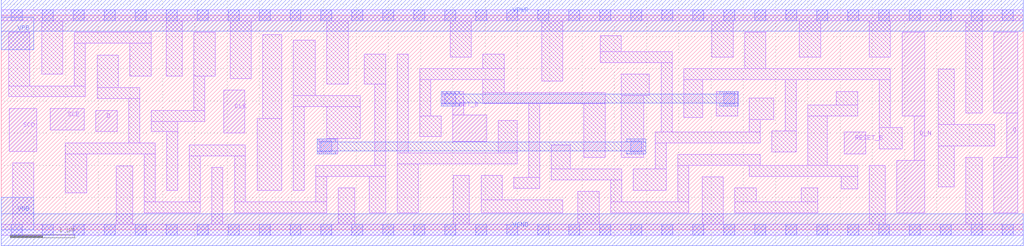
<source format=lef>
# Copyright 2020 The SkyWater PDK Authors
#
# Licensed under the Apache License, Version 2.0 (the "License");
# you may not use this file except in compliance with the License.
# You may obtain a copy of the License at
#
#     https://www.apache.org/licenses/LICENSE-2.0
#
# Unless required by applicable law or agreed to in writing, software
# distributed under the License is distributed on an "AS IS" BASIS,
# WITHOUT WARRANTIES OR CONDITIONS OF ANY KIND, either express or implied.
# See the License for the specific language governing permissions and
# limitations under the License.
#
# SPDX-License-Identifier: Apache-2.0

VERSION 5.5 ;
NAMESCASESENSITIVE ON ;
BUSBITCHARS "[]" ;
DIVIDERCHAR "/" ;
MACRO sky130_fd_sc_lp__sdfbbp_1
  CLASS CORE ;
  SOURCE USER ;
  ORIGIN  0.000000  0.000000 ;
  SIZE  15.84000 BY  3.330000 ;
  SYMMETRY X Y R90 ;
  SITE unit ;
  PIN D
    ANTENNAGATEAREA  0.159000 ;
    DIRECTION INPUT ;
    USE SIGNAL ;
    PORT
      LAYER li1 ;
        RECT 1.465000 1.525000 1.795000 1.855000 ;
    END
  END D
  PIN Q
    ANTENNADIFFAREA  0.598500 ;
    DIRECTION OUTPUT ;
    USE SIGNAL ;
    PORT
      LAYER li1 ;
        RECT 15.380000 0.265000 15.750000 1.125000 ;
        RECT 15.380000 1.815000 15.750000 3.065000 ;
        RECT 15.580000 1.125000 15.750000 1.815000 ;
    END
  END Q
  PIN Q_N
    ANTENNADIFFAREA  0.598500 ;
    DIRECTION OUTPUT ;
    USE SIGNAL ;
    PORT
      LAYER li1 ;
        RECT 13.880000 0.265000 14.315000 1.075000 ;
        RECT 13.960000 1.765000 14.315000 3.065000 ;
        RECT 14.145000 1.075000 14.315000 1.765000 ;
    END
  END Q_N
  PIN RESET_B
    ANTENNAGATEAREA  0.159000 ;
    DIRECTION INPUT ;
    USE SIGNAL ;
    PORT
      LAYER li1 ;
        RECT 13.065000 1.180000 13.395000 1.515000 ;
    END
  END RESET_B
  PIN SCD
    ANTENNAGATEAREA  0.159000 ;
    DIRECTION INPUT ;
    USE SIGNAL ;
    PORT
      LAYER li1 ;
        RECT 0.125000 1.215000 0.550000 1.885000 ;
    END
  END SCD
  PIN SCE
    ANTENNAGATEAREA  0.318000 ;
    DIRECTION INPUT ;
    USE SIGNAL ;
    PORT
      LAYER li1 ;
        RECT 0.760000 1.550000 1.285000 1.880000 ;
    END
  END SCE
  PIN SET_B
    ANTENNADIFFAREA  3.038550 ;
    ANTENNAPARTIALMETALSIDEAREA  3.451000 ;
    DIRECTION INPUT ;
    USE SIGNAL ;
    PORT
      LAYER li1 ;
        RECT 6.845000 1.950000 7.165000 2.150000 ;
        RECT 6.995000 1.375000 7.525000 1.780000 ;
        RECT 6.995000 1.780000 7.165000 1.950000 ;
    END
  END SET_B
  PIN CLK
    ANTENNAGATEAREA  0.159000 ;
    DIRECTION INPUT ;
    USE CLOCK ;
    PORT
      LAYER li1 ;
        RECT 3.445000 1.500000 3.775000 2.170000 ;
    END
  END CLK
  PIN VGND
    DIRECTION INOUT ;
    USE GROUND ;
    PORT
      LAYER met1 ;
        RECT 0.000000 -0.245000 15.840000 0.245000 ;
    END
  END VGND
  PIN VNB
    DIRECTION INOUT ;
    USE GROUND ;
    PORT
    END
  END VNB
  PIN VPB
    DIRECTION INOUT ;
    USE POWER ;
    PORT
    END
  END VPB
  PIN VNB
    DIRECTION INOUT ;
    USE GROUND ;
    PORT
      LAYER met1 ;
        RECT 0.000000 0.000000 0.500000 0.500000 ;
    END
    PORT
      LAYER met1 ;
        RECT 0.000000 0.000000 0.500000 0.500000 ;
    END
  END VNB
  PIN VPB
    DIRECTION INOUT ;
    USE POWER ;
    PORT
      LAYER met1 ;
        RECT 0.000000 2.800000 0.500000 3.300000 ;
    END
    PORT
      LAYER met1 ;
        RECT 0.000000 2.800000 0.500000 3.300000 ;
    END
  END VPB
  PIN VPWR
    DIRECTION INOUT ;
    USE POWER ;
    PORT
      LAYER met1 ;
        RECT 0.000000 3.085000 15.840000 3.575000 ;
    END
  END VPWR
  OBS
    LAYER li1 ;
      RECT  0.000000 -0.085000 15.840000 0.085000 ;
      RECT  0.000000  3.245000 15.840000 3.415000 ;
      RECT  0.115000  2.065000  1.305000 2.235000 ;
      RECT  0.115000  2.235000  0.445000 3.065000 ;
      RECT  0.175000  0.085000  0.505000 1.035000 ;
      RECT  0.625000  2.415000  0.955000 3.245000 ;
      RECT  0.995000  0.575000  1.325000 1.175000 ;
      RECT  0.995000  1.175000  2.385000 1.345000 ;
      RECT  1.135000  2.235000  1.305000 2.895000 ;
      RECT  1.135000  2.895000  2.325000 3.065000 ;
      RECT  1.485000  2.035000  2.145000 2.205000 ;
      RECT  1.485000  2.205000  1.815000 2.715000 ;
      RECT  1.785000  0.085000  2.035000 0.995000 ;
      RECT  1.975000  1.345000  2.145000 2.035000 ;
      RECT  1.995000  2.385000  2.325000 2.895000 ;
      RECT  2.215000  0.265000  3.085000 0.435000 ;
      RECT  2.215000  0.435000  2.385000 1.175000 ;
      RECT  2.325000  1.525000  2.735000 1.685000 ;
      RECT  2.325000  1.685000  3.155000 1.855000 ;
      RECT  2.555000  2.385000  2.805000 3.245000 ;
      RECT  2.565000  0.615000  2.735000 1.525000 ;
      RECT  2.915000  0.435000  3.085000 1.150000 ;
      RECT  2.915000  1.150000  3.785000 1.320000 ;
      RECT  2.985000  1.855000  3.155000 2.385000 ;
      RECT  2.985000  2.385000  3.315000 3.065000 ;
      RECT  3.265000  0.085000  3.435000 0.970000 ;
      RECT  3.545000  2.350000  3.875000 3.245000 ;
      RECT  3.615000  0.265000  5.045000 0.435000 ;
      RECT  3.615000  0.435000  3.785000 1.150000 ;
      RECT  3.965000  0.615000  4.345000 1.730000 ;
      RECT  4.055000  1.730000  4.345000 3.030000 ;
      RECT  4.525000  0.615000  4.695000 1.915000 ;
      RECT  4.525000  1.915000  5.560000 2.085000 ;
      RECT  4.525000  2.085000  4.865000 2.945000 ;
      RECT  4.875000  0.435000  5.045000 0.830000 ;
      RECT  4.875000  0.830000  5.955000 1.000000 ;
      RECT  4.925000  1.180000  5.215000 1.410000 ;
      RECT  5.045000  1.410000  5.215000 1.415000 ;
      RECT  5.045000  1.415000  5.560000 1.915000 ;
      RECT  5.045000  2.265000  5.375000 3.245000 ;
      RECT  5.225000  0.085000  5.475000 0.650000 ;
      RECT  5.625000  2.265000  5.955000 2.725000 ;
      RECT  5.705000  0.265000  5.955000 0.830000 ;
      RECT  5.785000  1.000000  5.955000 2.265000 ;
      RECT  6.135000  0.265000  6.465000 1.025000 ;
      RECT  6.135000  1.025000  7.995000 1.195000 ;
      RECT  6.135000  1.195000  6.305000 2.725000 ;
      RECT  6.485000  1.450000  6.815000 1.770000 ;
      RECT  6.485000  1.770000  6.655000 2.330000 ;
      RECT  6.485000  2.330000  7.795000 2.500000 ;
      RECT  6.955000  2.680000  7.285000 3.245000 ;
      RECT  7.005000  0.085000  7.255000 0.845000 ;
      RECT  7.435000  0.265000  8.705000 0.465000 ;
      RECT  7.435000  0.465000  7.765000 0.845000 ;
      RECT  7.465000  1.960000  9.360000 2.130000 ;
      RECT  7.465000  2.130000  7.795000 2.330000 ;
      RECT  7.465000  2.500000  7.795000 2.725000 ;
      RECT  7.705000  1.195000  7.995000 1.695000 ;
      RECT  7.945000  0.645000  8.345000 0.815000 ;
      RECT  8.175000  0.815000  8.345000 1.960000 ;
      RECT  8.375000  2.310000  8.705000 3.245000 ;
      RECT  8.525000  0.775000  9.615000 0.945000 ;
      RECT  8.525000  0.945000  8.820000 1.315000 ;
      RECT  8.935000  0.085000  9.265000 0.595000 ;
      RECT  9.030000  1.125000  9.360000 1.960000 ;
      RECT  9.280000  2.595000 10.395000 2.765000 ;
      RECT  9.280000  2.765000  9.610000 3.015000 ;
      RECT  9.445000  0.265000 10.655000 0.435000 ;
      RECT  9.445000  0.435000  9.615000 0.775000 ;
      RECT  9.610000  1.125000  9.955000 2.085000 ;
      RECT  9.610000  2.085000 10.045000 2.415000 ;
      RECT  9.795000  0.615000 10.305000 0.945000 ;
      RECT 10.135000  0.945000 10.305000 1.350000 ;
      RECT 10.135000  1.350000 11.760000 1.520000 ;
      RECT 10.225000  1.520000 10.395000 2.595000 ;
      RECT 10.485000  0.435000 10.655000 1.000000 ;
      RECT 10.485000  1.000000 11.760000 1.170000 ;
      RECT 10.575000  1.745000 10.870000 2.330000 ;
      RECT 10.575000  2.330000 13.780000 2.500000 ;
      RECT 10.860000  0.085000 11.190000 0.820000 ;
      RECT 11.010000  2.680000 11.340000 3.245000 ;
      RECT 11.080000  1.765000 11.410000 2.150000 ;
      RECT 11.370000  0.265000 12.650000 0.435000 ;
      RECT 11.370000  0.435000 11.700000 0.650000 ;
      RECT 11.520000  2.500000 11.850000 3.065000 ;
      RECT 11.590000  0.830000 13.270000 1.000000 ;
      RECT 11.590000  1.520000 11.760000 1.715000 ;
      RECT 11.590000  1.715000 11.970000 2.045000 ;
      RECT 11.940000  1.205000 12.320000 1.535000 ;
      RECT 12.150000  1.535000 12.320000 2.330000 ;
      RECT 12.370000  2.680000 12.700000 3.245000 ;
      RECT 12.400000  0.435000 12.650000 0.650000 ;
      RECT 12.500000  1.000000 12.800000 1.765000 ;
      RECT 12.500000  1.765000 13.270000 1.935000 ;
      RECT 12.940000  1.935000 13.270000 2.150000 ;
      RECT 13.020000  0.635000 13.270000 0.830000 ;
      RECT 13.450000  0.085000 13.700000 1.000000 ;
      RECT 13.450000  2.680000 13.780000 3.245000 ;
      RECT 13.610000  1.255000 13.965000 1.585000 ;
      RECT 13.610000  1.585000 13.780000 2.330000 ;
      RECT 14.520000  0.665000 14.770000 1.305000 ;
      RECT 14.520000  1.305000 15.400000 1.635000 ;
      RECT 14.520000  1.635000 14.770000 2.495000 ;
      RECT 14.950000  0.085000 15.200000 1.125000 ;
      RECT 14.950000  1.815000 15.200000 3.245000 ;
    LAYER mcon ;
      RECT  0.155000 -0.085000  0.325000 0.085000 ;
      RECT  0.155000  3.245000  0.325000 3.415000 ;
      RECT  0.635000 -0.085000  0.805000 0.085000 ;
      RECT  0.635000  3.245000  0.805000 3.415000 ;
      RECT  1.115000 -0.085000  1.285000 0.085000 ;
      RECT  1.115000  3.245000  1.285000 3.415000 ;
      RECT  1.595000 -0.085000  1.765000 0.085000 ;
      RECT  1.595000  3.245000  1.765000 3.415000 ;
      RECT  2.075000 -0.085000  2.245000 0.085000 ;
      RECT  2.075000  3.245000  2.245000 3.415000 ;
      RECT  2.555000 -0.085000  2.725000 0.085000 ;
      RECT  2.555000  3.245000  2.725000 3.415000 ;
      RECT  3.035000 -0.085000  3.205000 0.085000 ;
      RECT  3.035000  3.245000  3.205000 3.415000 ;
      RECT  3.515000 -0.085000  3.685000 0.085000 ;
      RECT  3.515000  3.245000  3.685000 3.415000 ;
      RECT  3.995000 -0.085000  4.165000 0.085000 ;
      RECT  3.995000  3.245000  4.165000 3.415000 ;
      RECT  4.475000 -0.085000  4.645000 0.085000 ;
      RECT  4.475000  3.245000  4.645000 3.415000 ;
      RECT  4.955000 -0.085000  5.125000 0.085000 ;
      RECT  4.955000  1.210000  5.125000 1.380000 ;
      RECT  4.955000  3.245000  5.125000 3.415000 ;
      RECT  5.435000 -0.085000  5.605000 0.085000 ;
      RECT  5.435000  3.245000  5.605000 3.415000 ;
      RECT  5.915000 -0.085000  6.085000 0.085000 ;
      RECT  5.915000  3.245000  6.085000 3.415000 ;
      RECT  6.395000 -0.085000  6.565000 0.085000 ;
      RECT  6.395000  3.245000  6.565000 3.415000 ;
      RECT  6.875000 -0.085000  7.045000 0.085000 ;
      RECT  6.875000  1.950000  7.045000 2.120000 ;
      RECT  6.875000  3.245000  7.045000 3.415000 ;
      RECT  7.355000 -0.085000  7.525000 0.085000 ;
      RECT  7.355000  3.245000  7.525000 3.415000 ;
      RECT  7.835000 -0.085000  8.005000 0.085000 ;
      RECT  7.835000  3.245000  8.005000 3.415000 ;
      RECT  8.315000 -0.085000  8.485000 0.085000 ;
      RECT  8.315000  3.245000  8.485000 3.415000 ;
      RECT  8.795000 -0.085000  8.965000 0.085000 ;
      RECT  8.795000  3.245000  8.965000 3.415000 ;
      RECT  9.275000 -0.085000  9.445000 0.085000 ;
      RECT  9.275000  3.245000  9.445000 3.415000 ;
      RECT  9.755000 -0.085000  9.925000 0.085000 ;
      RECT  9.755000  1.210000  9.925000 1.380000 ;
      RECT  9.755000  3.245000  9.925000 3.415000 ;
      RECT 10.235000 -0.085000 10.405000 0.085000 ;
      RECT 10.235000  3.245000 10.405000 3.415000 ;
      RECT 10.715000 -0.085000 10.885000 0.085000 ;
      RECT 10.715000  3.245000 10.885000 3.415000 ;
      RECT 11.195000 -0.085000 11.365000 0.085000 ;
      RECT 11.195000  1.950000 11.365000 2.120000 ;
      RECT 11.195000  3.245000 11.365000 3.415000 ;
      RECT 11.675000 -0.085000 11.845000 0.085000 ;
      RECT 11.675000  3.245000 11.845000 3.415000 ;
      RECT 12.155000 -0.085000 12.325000 0.085000 ;
      RECT 12.155000  3.245000 12.325000 3.415000 ;
      RECT 12.635000 -0.085000 12.805000 0.085000 ;
      RECT 12.635000  3.245000 12.805000 3.415000 ;
      RECT 13.115000 -0.085000 13.285000 0.085000 ;
      RECT 13.115000  3.245000 13.285000 3.415000 ;
      RECT 13.595000 -0.085000 13.765000 0.085000 ;
      RECT 13.595000  3.245000 13.765000 3.415000 ;
      RECT 14.075000 -0.085000 14.245000 0.085000 ;
      RECT 14.075000  3.245000 14.245000 3.415000 ;
      RECT 14.555000 -0.085000 14.725000 0.085000 ;
      RECT 14.555000  3.245000 14.725000 3.415000 ;
      RECT 15.035000 -0.085000 15.205000 0.085000 ;
      RECT 15.035000  3.245000 15.205000 3.415000 ;
      RECT 15.515000 -0.085000 15.685000 0.085000 ;
      RECT 15.515000  3.245000 15.685000 3.415000 ;
    LAYER met1 ;
      RECT  4.895000 1.180000  5.185000 1.225000 ;
      RECT  4.895000 1.225000  9.985000 1.365000 ;
      RECT  4.895000 1.365000  5.185000 1.410000 ;
      RECT  6.815000 1.920000  7.105000 1.965000 ;
      RECT  6.815000 1.965000 11.425000 2.105000 ;
      RECT  6.815000 2.105000  7.105000 2.150000 ;
      RECT  9.695000 1.180000  9.985000 1.225000 ;
      RECT  9.695000 1.365000  9.985000 1.410000 ;
      RECT 11.135000 1.920000 11.425000 1.965000 ;
      RECT 11.135000 2.105000 11.425000 2.150000 ;
  END
END sky130_fd_sc_lp__sdfbbp_1
END LIBRARY

</source>
